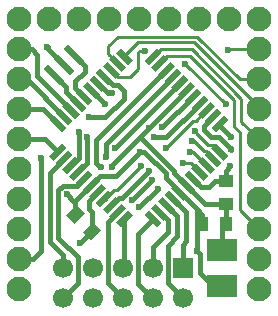
<source format=gbr>
G04 #@! TF.FileFunction,Copper,L1,Top,Signal*
%FSLAX46Y46*%
G04 Gerber Fmt 4.6, Leading zero omitted, Abs format (unit mm)*
G04 Created by KiCad (PCBNEW 4.0.6) date 08/29/18 06:25:22*
%MOMM*%
%LPD*%
G01*
G04 APERTURE LIST*
%ADD10C,0.100000*%
%ADD11C,2.100000*%
%ADD12R,2.500000X1.950000*%
%ADD13R,1.000000X1.250000*%
%ADD14R,1.250000X1.000000*%
%ADD15R,1.700000X1.700000*%
%ADD16C,1.700000*%
%ADD17C,0.600000*%
%ADD18C,0.400000*%
%ADD19C,0.250000*%
G04 APERTURE END LIST*
D10*
D11*
X161569400Y-67843400D03*
X161569400Y-70383400D03*
X161569400Y-72923400D03*
X161569400Y-75463400D03*
X161569400Y-78003400D03*
X161569400Y-80543400D03*
X161569400Y-83083400D03*
X161569400Y-85623400D03*
X161569400Y-88163400D03*
X161569400Y-65303400D03*
X159029400Y-65303400D03*
X156489400Y-65303400D03*
X153949400Y-65303400D03*
X151409400Y-65303400D03*
X148869400Y-65303400D03*
X146329400Y-65303400D03*
X143789400Y-65303400D03*
X141249400Y-65303400D03*
X141249400Y-67843400D03*
X141249400Y-70383400D03*
X141249400Y-72923400D03*
X141249400Y-75463400D03*
X141249400Y-78003400D03*
X141249400Y-80543400D03*
X141249400Y-83083400D03*
X141249400Y-85623400D03*
X141249400Y-88163400D03*
D12*
X158421000Y-87890000D03*
X158421000Y-84840000D03*
D13*
X156781000Y-82615000D03*
X158781000Y-82615000D03*
D14*
X158731000Y-78965000D03*
X158731000Y-80965000D03*
D10*
G36*
X149454134Y-68140188D02*
X149843042Y-67751280D01*
X150903702Y-68811940D01*
X150514794Y-69200848D01*
X149454134Y-68140188D01*
X149454134Y-68140188D01*
G37*
G36*
X148888449Y-68705874D02*
X149277357Y-68316966D01*
X150338017Y-69377626D01*
X149949109Y-69766534D01*
X148888449Y-68705874D01*
X148888449Y-68705874D01*
G37*
G36*
X148322764Y-69271559D02*
X148711672Y-68882651D01*
X149772332Y-69943311D01*
X149383424Y-70332219D01*
X148322764Y-69271559D01*
X148322764Y-69271559D01*
G37*
G36*
X147757078Y-69837244D02*
X148145986Y-69448336D01*
X149206646Y-70508996D01*
X148817738Y-70897904D01*
X147757078Y-69837244D01*
X147757078Y-69837244D01*
G37*
G36*
X147191393Y-70402930D02*
X147580301Y-70014022D01*
X148640961Y-71074682D01*
X148252053Y-71463590D01*
X147191393Y-70402930D01*
X147191393Y-70402930D01*
G37*
G36*
X146625707Y-70968615D02*
X147014615Y-70579707D01*
X148075275Y-71640367D01*
X147686367Y-72029275D01*
X146625707Y-70968615D01*
X146625707Y-70968615D01*
G37*
G36*
X146060022Y-71534301D02*
X146448930Y-71145393D01*
X147509590Y-72206053D01*
X147120682Y-72594961D01*
X146060022Y-71534301D01*
X146060022Y-71534301D01*
G37*
G36*
X145494336Y-72099986D02*
X145883244Y-71711078D01*
X146943904Y-72771738D01*
X146554996Y-73160646D01*
X145494336Y-72099986D01*
X145494336Y-72099986D01*
G37*
G36*
X144928651Y-72665672D02*
X145317559Y-72276764D01*
X146378219Y-73337424D01*
X145989311Y-73726332D01*
X144928651Y-72665672D01*
X144928651Y-72665672D01*
G37*
G36*
X144362966Y-73231357D02*
X144751874Y-72842449D01*
X145812534Y-73903109D01*
X145423626Y-74292017D01*
X144362966Y-73231357D01*
X144362966Y-73231357D01*
G37*
G36*
X143797280Y-73797042D02*
X144186188Y-73408134D01*
X145246848Y-74468794D01*
X144857940Y-74857702D01*
X143797280Y-73797042D01*
X143797280Y-73797042D01*
G37*
G36*
X144186188Y-77261866D02*
X143797280Y-76872958D01*
X144857940Y-75812298D01*
X145246848Y-76201206D01*
X144186188Y-77261866D01*
X144186188Y-77261866D01*
G37*
G36*
X144751874Y-77827551D02*
X144362966Y-77438643D01*
X145423626Y-76377983D01*
X145812534Y-76766891D01*
X144751874Y-77827551D01*
X144751874Y-77827551D01*
G37*
G36*
X145317559Y-78393236D02*
X144928651Y-78004328D01*
X145989311Y-76943668D01*
X146378219Y-77332576D01*
X145317559Y-78393236D01*
X145317559Y-78393236D01*
G37*
G36*
X145883244Y-78958922D02*
X145494336Y-78570014D01*
X146554996Y-77509354D01*
X146943904Y-77898262D01*
X145883244Y-78958922D01*
X145883244Y-78958922D01*
G37*
G36*
X146448930Y-79524607D02*
X146060022Y-79135699D01*
X147120682Y-78075039D01*
X147509590Y-78463947D01*
X146448930Y-79524607D01*
X146448930Y-79524607D01*
G37*
G36*
X147014615Y-80090293D02*
X146625707Y-79701385D01*
X147686367Y-78640725D01*
X148075275Y-79029633D01*
X147014615Y-80090293D01*
X147014615Y-80090293D01*
G37*
G36*
X147580301Y-80655978D02*
X147191393Y-80267070D01*
X148252053Y-79206410D01*
X148640961Y-79595318D01*
X147580301Y-80655978D01*
X147580301Y-80655978D01*
G37*
G36*
X148145986Y-81221664D02*
X147757078Y-80832756D01*
X148817738Y-79772096D01*
X149206646Y-80161004D01*
X148145986Y-81221664D01*
X148145986Y-81221664D01*
G37*
G36*
X148711672Y-81787349D02*
X148322764Y-81398441D01*
X149383424Y-80337781D01*
X149772332Y-80726689D01*
X148711672Y-81787349D01*
X148711672Y-81787349D01*
G37*
G36*
X149277357Y-82353034D02*
X148888449Y-81964126D01*
X149949109Y-80903466D01*
X150338017Y-81292374D01*
X149277357Y-82353034D01*
X149277357Y-82353034D01*
G37*
G36*
X149843042Y-82918720D02*
X149454134Y-82529812D01*
X150514794Y-81469152D01*
X150903702Y-81858060D01*
X149843042Y-82918720D01*
X149843042Y-82918720D01*
G37*
G36*
X151858298Y-81858060D02*
X152247206Y-81469152D01*
X153307866Y-82529812D01*
X152918958Y-82918720D01*
X151858298Y-81858060D01*
X151858298Y-81858060D01*
G37*
G36*
X152423983Y-81292374D02*
X152812891Y-80903466D01*
X153873551Y-81964126D01*
X153484643Y-82353034D01*
X152423983Y-81292374D01*
X152423983Y-81292374D01*
G37*
G36*
X152989668Y-80726689D02*
X153378576Y-80337781D01*
X154439236Y-81398441D01*
X154050328Y-81787349D01*
X152989668Y-80726689D01*
X152989668Y-80726689D01*
G37*
G36*
X153555354Y-80161004D02*
X153944262Y-79772096D01*
X155004922Y-80832756D01*
X154616014Y-81221664D01*
X153555354Y-80161004D01*
X153555354Y-80161004D01*
G37*
G36*
X154121039Y-79595318D02*
X154509947Y-79206410D01*
X155570607Y-80267070D01*
X155181699Y-80655978D01*
X154121039Y-79595318D01*
X154121039Y-79595318D01*
G37*
G36*
X154686725Y-79029633D02*
X155075633Y-78640725D01*
X156136293Y-79701385D01*
X155747385Y-80090293D01*
X154686725Y-79029633D01*
X154686725Y-79029633D01*
G37*
G36*
X155252410Y-78463947D02*
X155641318Y-78075039D01*
X156701978Y-79135699D01*
X156313070Y-79524607D01*
X155252410Y-78463947D01*
X155252410Y-78463947D01*
G37*
G36*
X155818096Y-77898262D02*
X156207004Y-77509354D01*
X157267664Y-78570014D01*
X156878756Y-78958922D01*
X155818096Y-77898262D01*
X155818096Y-77898262D01*
G37*
G36*
X156383781Y-77332576D02*
X156772689Y-76943668D01*
X157833349Y-78004328D01*
X157444441Y-78393236D01*
X156383781Y-77332576D01*
X156383781Y-77332576D01*
G37*
G36*
X156949466Y-76766891D02*
X157338374Y-76377983D01*
X158399034Y-77438643D01*
X158010126Y-77827551D01*
X156949466Y-76766891D01*
X156949466Y-76766891D01*
G37*
G36*
X157515152Y-76201206D02*
X157904060Y-75812298D01*
X158964720Y-76872958D01*
X158575812Y-77261866D01*
X157515152Y-76201206D01*
X157515152Y-76201206D01*
G37*
G36*
X157904060Y-74857702D02*
X157515152Y-74468794D01*
X158575812Y-73408134D01*
X158964720Y-73797042D01*
X157904060Y-74857702D01*
X157904060Y-74857702D01*
G37*
G36*
X157338374Y-74292017D02*
X156949466Y-73903109D01*
X158010126Y-72842449D01*
X158399034Y-73231357D01*
X157338374Y-74292017D01*
X157338374Y-74292017D01*
G37*
G36*
X156772689Y-73726332D02*
X156383781Y-73337424D01*
X157444441Y-72276764D01*
X157833349Y-72665672D01*
X156772689Y-73726332D01*
X156772689Y-73726332D01*
G37*
G36*
X156207004Y-73160646D02*
X155818096Y-72771738D01*
X156878756Y-71711078D01*
X157267664Y-72099986D01*
X156207004Y-73160646D01*
X156207004Y-73160646D01*
G37*
G36*
X155641318Y-72594961D02*
X155252410Y-72206053D01*
X156313070Y-71145393D01*
X156701978Y-71534301D01*
X155641318Y-72594961D01*
X155641318Y-72594961D01*
G37*
G36*
X155075633Y-72029275D02*
X154686725Y-71640367D01*
X155747385Y-70579707D01*
X156136293Y-70968615D01*
X155075633Y-72029275D01*
X155075633Y-72029275D01*
G37*
G36*
X154509947Y-71463590D02*
X154121039Y-71074682D01*
X155181699Y-70014022D01*
X155570607Y-70402930D01*
X154509947Y-71463590D01*
X154509947Y-71463590D01*
G37*
G36*
X153944262Y-70897904D02*
X153555354Y-70508996D01*
X154616014Y-69448336D01*
X155004922Y-69837244D01*
X153944262Y-70897904D01*
X153944262Y-70897904D01*
G37*
G36*
X153378576Y-70332219D02*
X152989668Y-69943311D01*
X154050328Y-68882651D01*
X154439236Y-69271559D01*
X153378576Y-70332219D01*
X153378576Y-70332219D01*
G37*
G36*
X152812891Y-69766534D02*
X152423983Y-69377626D01*
X153484643Y-68316966D01*
X153873551Y-68705874D01*
X152812891Y-69766534D01*
X152812891Y-69766534D01*
G37*
G36*
X152247206Y-69200848D02*
X151858298Y-68811940D01*
X152918958Y-67751280D01*
X153307866Y-68140188D01*
X152247206Y-69200848D01*
X152247206Y-69200848D01*
G37*
D15*
X155121000Y-86395000D03*
D16*
X155121000Y-88935000D03*
X152581000Y-86395000D03*
X152581000Y-88935000D03*
X150041000Y-86395000D03*
X150041000Y-88935000D03*
X147501000Y-86395000D03*
X147501000Y-88935000D03*
X144961000Y-86395000D03*
X144961000Y-88935000D03*
D10*
G36*
X145359198Y-67422589D02*
X146773411Y-68836802D01*
X146419858Y-69190355D01*
X145005645Y-67776142D01*
X145359198Y-67422589D01*
X145359198Y-67422589D01*
G37*
G36*
X144510670Y-68271117D02*
X145924883Y-69685330D01*
X145571330Y-70038883D01*
X144157117Y-68624670D01*
X144510670Y-68271117D01*
X144510670Y-68271117D01*
G37*
G36*
X143662142Y-69119645D02*
X145076355Y-70533858D01*
X144722802Y-70887411D01*
X143308589Y-69473198D01*
X143662142Y-69119645D01*
X143662142Y-69119645D01*
G37*
G36*
X145224863Y-81914817D02*
X146108746Y-81030934D01*
X146815853Y-81738041D01*
X145931970Y-82621924D01*
X145224863Y-81914817D01*
X145224863Y-81914817D01*
G37*
G36*
X146639076Y-83329030D02*
X147522959Y-82445147D01*
X148230066Y-83152254D01*
X147346183Y-84036137D01*
X146639076Y-83329030D01*
X146639076Y-83329030D01*
G37*
D17*
X147031000Y-75265000D03*
X146321000Y-74825000D03*
X155341000Y-69085000D03*
X151901000Y-67955000D03*
X158771000Y-72515000D03*
X158941000Y-67865000D03*
X155141000Y-77485000D03*
X155691000Y-76565000D03*
X155861000Y-75645000D03*
X156141000Y-74795000D03*
X152281000Y-78105000D03*
X151541000Y-77765000D03*
X153681000Y-76185000D03*
X152691000Y-75305000D03*
X149381000Y-76205000D03*
X148621000Y-76995000D03*
X148151000Y-77825000D03*
X143141000Y-77045000D03*
X147191000Y-73585000D03*
X146391000Y-84275000D03*
X149151000Y-77785000D03*
X152251000Y-74545000D03*
X148541000Y-72505000D03*
X143641000Y-67615000D03*
X159196000Y-75270000D03*
X152511000Y-78935000D03*
X150831000Y-80605000D03*
X153011000Y-79645000D03*
X151421000Y-81235000D03*
X159211000Y-76325000D03*
X159101000Y-77765000D03*
X156301000Y-84905000D03*
X149101000Y-71585000D03*
X151501000Y-76525000D03*
X145301000Y-80135000D03*
X153391000Y-74435000D03*
D18*
X153148767Y-69041750D02*
X153148767Y-69037233D01*
D19*
X153148767Y-69037233D02*
X153741000Y-68445000D01*
X159931000Y-81445000D02*
X161569400Y-83083400D01*
X159931000Y-74895000D02*
X159931000Y-81445000D01*
X159411000Y-74375000D02*
X159931000Y-74895000D01*
X159411000Y-72125000D02*
X159411000Y-74375000D01*
X155731000Y-68445000D02*
X159411000Y-72125000D01*
X153741000Y-68445000D02*
X155731000Y-68445000D01*
D18*
X147031000Y-77435000D02*
X147031000Y-75265000D01*
X147031000Y-77435000D02*
X146231862Y-78234138D01*
X146219120Y-78234138D02*
X146231862Y-78234138D01*
X145653435Y-77668452D02*
X145667548Y-77668452D01*
X145667548Y-77668452D02*
X146321000Y-77015000D01*
X146321000Y-77015000D02*
X146321000Y-74825000D01*
X152583082Y-68476064D02*
X152609936Y-68476064D01*
D19*
X152609936Y-68476064D02*
X153251000Y-67835000D01*
X160071000Y-73965000D02*
X161569400Y-75463400D01*
X160071000Y-72025000D02*
X160071000Y-73965000D01*
X155881000Y-67835000D02*
X160071000Y-72025000D01*
X153251000Y-67835000D02*
X155881000Y-67835000D01*
D18*
X150178918Y-68476064D02*
X150178918Y-68447082D01*
D19*
X150178918Y-68447082D02*
X151361000Y-67265000D01*
X151361000Y-67265000D02*
X156051000Y-67265000D01*
X156051000Y-67265000D02*
X161874400Y-73088400D01*
X161569400Y-70383400D02*
X159919400Y-70383400D01*
X148821000Y-68249517D02*
X149613233Y-69041750D01*
X148821000Y-67535000D02*
X148821000Y-68249517D01*
X149591000Y-66765000D02*
X148821000Y-67535000D01*
X156301000Y-66765000D02*
X149591000Y-66765000D01*
X159919400Y-70383400D02*
X156301000Y-66765000D01*
D18*
X149613233Y-69041750D02*
X149613233Y-69057233D01*
D19*
X151331000Y-68325000D02*
X151331000Y-68105000D01*
X158771000Y-72515000D02*
X155341000Y-69085000D01*
X149651000Y-70195000D02*
X149063435Y-69607435D01*
X151331000Y-69495000D02*
X151331000Y-68325000D01*
X150631000Y-70195000D02*
X151331000Y-69495000D01*
X149651000Y-70195000D02*
X150631000Y-70195000D01*
X151481000Y-67955000D02*
X151901000Y-67955000D01*
X151331000Y-68105000D02*
X151481000Y-67955000D01*
X158771000Y-72525000D02*
X158771000Y-72515000D01*
X158771000Y-72515000D02*
X158771000Y-72525000D01*
X158941000Y-67865000D02*
X158962600Y-67843400D01*
X158962600Y-67843400D02*
X161569400Y-67843400D01*
X149047548Y-69607435D02*
X149063435Y-69607435D01*
D18*
X156542880Y-78234138D02*
X156542880Y-78206880D01*
D19*
X156542880Y-78206880D02*
X155821000Y-77485000D01*
X155821000Y-77485000D02*
X155141000Y-77485000D01*
X156001000Y-76565000D02*
X157104452Y-77668452D01*
X156001000Y-76565000D02*
X155691000Y-76565000D01*
D18*
X157108565Y-77668452D02*
X157104452Y-77668452D01*
D19*
X157051000Y-76485000D02*
X157668767Y-77102767D01*
X156071000Y-75635000D02*
X155861000Y-75645000D01*
X156921000Y-76485000D02*
X156071000Y-75635000D01*
X157051000Y-76485000D02*
X156921000Y-76485000D01*
D18*
X157674250Y-77102767D02*
X157668767Y-77102767D01*
D19*
X157211000Y-75915000D02*
X156311000Y-75025000D01*
X156311000Y-75025000D02*
X156141000Y-74795000D01*
X157631000Y-75915000D02*
X158239936Y-76523936D01*
X157631000Y-75915000D02*
X157271000Y-75915000D01*
X157271000Y-75915000D02*
X157211000Y-75915000D01*
D18*
X158239936Y-76537082D02*
X158239936Y-76523936D01*
X149675113Y-80435000D02*
X149047548Y-81062565D01*
X149951000Y-80435000D02*
X149675113Y-80435000D01*
X152281000Y-78105000D02*
X149951000Y-80435000D01*
D19*
X149271000Y-79725000D02*
X149581000Y-79725000D01*
X149271000Y-79725000D02*
X148499120Y-80496880D01*
X151541000Y-77765000D02*
X149581000Y-79725000D01*
D18*
X148481862Y-80496880D02*
X148499120Y-80496880D01*
D19*
X155961000Y-73905000D02*
X153681000Y-76185000D01*
X156201000Y-73905000D02*
X155961000Y-73905000D01*
X157104452Y-73001548D02*
X156201000Y-73905000D01*
X157108565Y-73001548D02*
X157104452Y-73001548D01*
D18*
X152691000Y-75305000D02*
X153673742Y-75305000D01*
X153673742Y-75305000D02*
X156542880Y-72435862D01*
X156530138Y-72435862D02*
X156542880Y-72435862D01*
X154847194Y-70738806D02*
X149381000Y-76205000D01*
X154847194Y-70738806D02*
X154845823Y-70738806D01*
X148625988Y-76990012D02*
X148625988Y-75830010D01*
X148621000Y-76995000D02*
X148625988Y-76990012D01*
X154280138Y-70173120D02*
X148625988Y-75830010D01*
X148625988Y-75830010D02*
X148621000Y-75835000D01*
X148151000Y-77825000D02*
X147801000Y-77475000D01*
X150301000Y-72985000D02*
X147811000Y-75475000D01*
X153714452Y-69611548D02*
X150341000Y-72985000D01*
X150341000Y-72985000D02*
X150301000Y-72985000D01*
X147801000Y-75485000D02*
X147811000Y-75475000D01*
X147801000Y-77475000D02*
X147801000Y-75485000D01*
X153714452Y-69607435D02*
X153714452Y-69611548D01*
X142402600Y-85623400D02*
X141249400Y-85623400D01*
X143141000Y-84885000D02*
X142402600Y-85623400D01*
X143141000Y-77045000D02*
X143141000Y-84885000D01*
X148481862Y-70173120D02*
X148489120Y-70173120D01*
X148489120Y-70173120D02*
X149191000Y-70875000D01*
X149191000Y-70875000D02*
X149611000Y-70875000D01*
X149611000Y-70875000D02*
X150121000Y-71385000D01*
X150121000Y-71385000D02*
X150121000Y-72015000D01*
X150121000Y-72015000D02*
X148551000Y-73585000D01*
X148551000Y-73585000D02*
X147191000Y-73585000D01*
X147438107Y-83222107D02*
X147438107Y-81592107D01*
X147171000Y-81325000D02*
X147171000Y-80676371D01*
X147438107Y-81592107D02*
X147171000Y-81325000D01*
X147438107Y-83222107D02*
X147438107Y-83227893D01*
X147438107Y-83227893D02*
X146391000Y-84275000D01*
X151526000Y-75270000D02*
X154391000Y-78135000D01*
X154391000Y-78135000D02*
X154391000Y-78345000D01*
X154391000Y-78345000D02*
X155411509Y-79365509D01*
X149151000Y-77785000D02*
X149151000Y-77645000D01*
X149151000Y-77645000D02*
X151526000Y-75270000D01*
X151526000Y-75270000D02*
X152251000Y-74545000D01*
X149131000Y-77765000D02*
X149131000Y-77725000D01*
X149151000Y-77785000D02*
X149131000Y-77765000D01*
X147171000Y-80676371D02*
X147916177Y-79931194D01*
X155411509Y-79365509D02*
X155421509Y-79365509D01*
X155421509Y-79365509D02*
X157021000Y-80965000D01*
X157021000Y-80965000D02*
X158731000Y-80965000D01*
X158731000Y-80965000D02*
X158781000Y-81015000D01*
X158781000Y-81015000D02*
X158781000Y-82615000D01*
X158781000Y-82615000D02*
X158421000Y-82975000D01*
X158421000Y-82975000D02*
X158421000Y-84840000D01*
X155411509Y-71384491D02*
X152251000Y-74545000D01*
X155411509Y-71384491D02*
X155411509Y-71304491D01*
X147350491Y-71304491D02*
X147350491Y-71314491D01*
X147350491Y-71314491D02*
X148541000Y-72505000D01*
X143691000Y-67805000D02*
X145041000Y-69155000D01*
X143691000Y-67665000D02*
X143691000Y-67805000D01*
X143641000Y-67615000D02*
X143691000Y-67665000D01*
X145889528Y-68306472D02*
X145889528Y-68333528D01*
X145889528Y-68333528D02*
X146801000Y-69245000D01*
X146801000Y-69245000D02*
X146801000Y-69735000D01*
X146801000Y-69735000D02*
X146011000Y-70525000D01*
X146011000Y-70525000D02*
X146011000Y-71096371D01*
X146011000Y-71096371D02*
X146784806Y-71870177D01*
X146219120Y-72435862D02*
X146219120Y-72433120D01*
X146219120Y-72433120D02*
X145231000Y-71445000D01*
X145231000Y-71445000D02*
X145231000Y-71042056D01*
X145231000Y-71042056D02*
X144192472Y-70003528D01*
X145653435Y-73001548D02*
X145653435Y-72997435D01*
X145653435Y-72997435D02*
X142791000Y-70135000D01*
X142791000Y-70135000D02*
X142791000Y-68285000D01*
X142791000Y-68285000D02*
X142349400Y-67843400D01*
X142349400Y-67843400D02*
X141249400Y-67843400D01*
X141249400Y-70383400D02*
X141903917Y-70383400D01*
X141903917Y-70383400D02*
X145087750Y-73567233D01*
X141249400Y-72923400D02*
X143312546Y-72923400D01*
X143312546Y-72923400D02*
X144522064Y-74132918D01*
X141249400Y-75463400D02*
X143448382Y-75463400D01*
X143448382Y-75463400D02*
X144522064Y-76537082D01*
X159196000Y-75270000D02*
X158239936Y-74313936D01*
X158239936Y-74313936D02*
X158239936Y-74132918D01*
X152501000Y-78935000D02*
X152511000Y-78935000D01*
X150831000Y-80605000D02*
X152501000Y-78935000D01*
X159211000Y-76325000D02*
X159201000Y-76325000D01*
X156941000Y-74300483D02*
X157674250Y-73567233D01*
X156941000Y-74685000D02*
X156941000Y-74300483D01*
X157541000Y-75285000D02*
X156941000Y-74685000D01*
X158161000Y-75285000D02*
X157541000Y-75285000D01*
X159201000Y-76325000D02*
X158161000Y-75285000D01*
X151421000Y-81235000D02*
X153011000Y-79645000D01*
X159231000Y-76345000D02*
X159231000Y-76395000D01*
X159211000Y-76325000D02*
X159231000Y-76345000D01*
X158731000Y-78965000D02*
X158731000Y-78135000D01*
X158731000Y-78135000D02*
X159101000Y-77765000D01*
X158731000Y-78965000D02*
X157861000Y-78965000D01*
X156642371Y-79465000D02*
X155977194Y-78799823D01*
X157361000Y-79465000D02*
X156642371Y-79465000D01*
X157861000Y-78965000D02*
X157361000Y-79465000D01*
X144961000Y-86395000D02*
X144961000Y-85225000D01*
X143911000Y-78279517D02*
X145087750Y-77102767D01*
X143911000Y-84175000D02*
X143911000Y-78279517D01*
X144961000Y-85225000D02*
X143911000Y-84175000D01*
X146784806Y-78799823D02*
X146784806Y-78811194D01*
X146784806Y-78811194D02*
X146191000Y-79405000D01*
X146191000Y-79405000D02*
X144931000Y-79405000D01*
X144931000Y-79405000D02*
X144571000Y-79765000D01*
X144571000Y-79765000D02*
X144571000Y-83785000D01*
X144571000Y-83785000D02*
X146231000Y-85445000D01*
X146231000Y-85445000D02*
X146231000Y-87665000D01*
X146231000Y-87665000D02*
X144961000Y-88935000D01*
X144961000Y-88935000D02*
X144961000Y-88925000D01*
X150041000Y-88935000D02*
X150041000Y-88925000D01*
X150041000Y-88925000D02*
X148781000Y-87665000D01*
X148781000Y-87665000D02*
X148781000Y-82460483D01*
X148781000Y-82460483D02*
X149613233Y-81628250D01*
X150178918Y-86257082D02*
X150041000Y-86395000D01*
X150178918Y-82193936D02*
X150178918Y-86257082D01*
X152583082Y-82193936D02*
X152582064Y-82193936D01*
X152582064Y-82193936D02*
X151321000Y-83455000D01*
X151321000Y-83455000D02*
X151321000Y-87675000D01*
X151321000Y-87675000D02*
X152581000Y-88935000D01*
X153148767Y-81628250D02*
X153194250Y-81628250D01*
X153194250Y-81628250D02*
X153861000Y-82295000D01*
X153861000Y-82295000D02*
X153861000Y-83275000D01*
X153861000Y-83275000D02*
X152581000Y-84555000D01*
X152581000Y-84555000D02*
X152581000Y-86395000D01*
X153714452Y-81062565D02*
X153728565Y-81062565D01*
X153728565Y-81062565D02*
X154641000Y-81975000D01*
X154641000Y-81975000D02*
X154641000Y-83665000D01*
X154641000Y-83665000D02*
X153841000Y-84465000D01*
X153841000Y-84465000D02*
X153841000Y-87655000D01*
X153841000Y-87655000D02*
X155121000Y-88935000D01*
X155421000Y-81625000D02*
X155421000Y-84075000D01*
X154292880Y-80496880D02*
X155421000Y-81625000D01*
X155121000Y-84375000D02*
X155121000Y-86395000D01*
X155421000Y-84075000D02*
X155121000Y-84375000D01*
X154280138Y-80496880D02*
X154292880Y-80496880D01*
X148761000Y-71585000D02*
X149101000Y-71585000D01*
X147916177Y-70740177D02*
X148761000Y-71585000D01*
X147350491Y-79365509D02*
X148121000Y-78595000D01*
X149431000Y-78595000D02*
X151501000Y-76525000D01*
X148121000Y-78595000D02*
X149431000Y-78595000D01*
X145861000Y-80695000D02*
X146023893Y-80695000D01*
X145301000Y-80135000D02*
X145861000Y-80695000D01*
X151501000Y-76525000D02*
X151841000Y-76525000D01*
X151841000Y-76525000D02*
X153651000Y-78335000D01*
X153651000Y-78335000D02*
X153651000Y-78736371D01*
X153651000Y-78736371D02*
X154845823Y-79931194D01*
X146023893Y-81807893D02*
X146023893Y-80695000D01*
X146023893Y-80695000D02*
X146023893Y-80692107D01*
X146023893Y-80692107D02*
X147350491Y-79365509D01*
X156771000Y-82065000D02*
X156771000Y-81845000D01*
X156771000Y-81845000D02*
X156301000Y-81375000D01*
X156771000Y-82065000D02*
X156321000Y-82065000D01*
X156771000Y-82065000D02*
X156321000Y-82065000D01*
X156321000Y-82065000D02*
X156301000Y-82085000D01*
X156301000Y-82085000D02*
X156771000Y-82065000D01*
X157266000Y-87480000D02*
X156531000Y-86745000D01*
X156531000Y-86745000D02*
X156531000Y-85135000D01*
X156531000Y-85135000D02*
X156301000Y-84905000D01*
X156301000Y-84905000D02*
X156301000Y-81375000D01*
X156301000Y-81375000D02*
X154857194Y-79931194D01*
X154857194Y-79931194D02*
X154845823Y-79931194D01*
X147916177Y-70738806D02*
X147916177Y-70740177D01*
X153391000Y-74435000D02*
X155955823Y-71870177D01*
X155955823Y-71870177D02*
X155977194Y-71870177D01*
X147916177Y-70738806D02*
X147924806Y-70738806D01*
M02*

</source>
